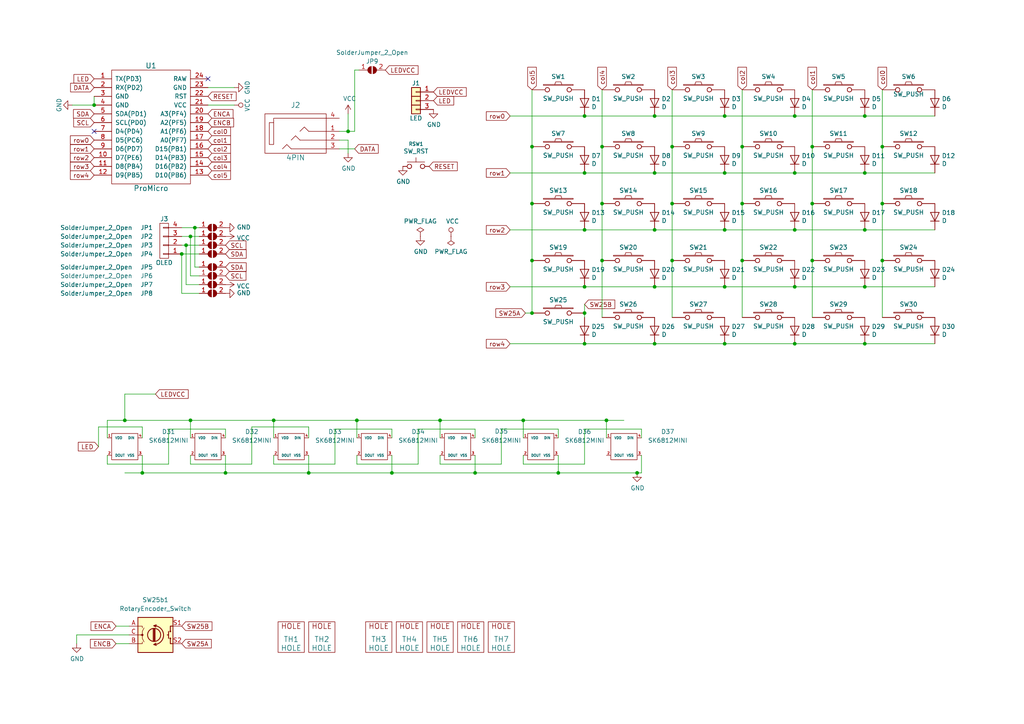
<source format=kicad_sch>
(kicad_sch (version 20211123) (generator eeschema)
  (paper "A4")
  (lib_symbols
    (symbol "Device:RotaryEncoder_Switch" (pin_names (offset 0.254) hide)
      (property "Reference" "SW" (at 0 6.604 0))
      (property "Value" "RotaryEncoder_Switch" (at 0 -6.604 0))
      (symbol "RotaryEncoder_Switch_1_1"
        (pin passive line (at -7.62 2.54 0) (length 2.54) (name "A") (number "A"))
        (pin passive line (at -7.62 -2.54 0) (length 2.54) (name "B") (number "B"))
        (pin passive line (at -7.62 0 0) (length 2.54) (name "C") (number "C"))
        (pin passive line (at 7.62 2.54 180) (length 2.54) (name "S1") (number "S1"))
        (pin passive line (at 7.62 -2.54 180) (length 2.54) (name "S2") (number "S2"))
      )
    )
    (symbol "Jumper:SolderJumper_2_Open" (pin_names (offset 0) hide)
      (property "Reference" "JP" (at 0 2.032 0))
      (property "Value" "SolderJumper_2_Open" (at 0 -2.54 0))
      (symbol "SolderJumper_2_Open_1_1"
        (pin passive line (at -3.81 0 0) (length 2.54) (name "A") (number "1"))
        (pin passive line (at 3.81 0 180) (length 2.54) (name "B") (number "2"))
      )
    )
    (symbol "SofleKeyboard-rescue:D-Lily58-cache-Lily58_Pro-rescue" (pin_numbers hide) (pin_names (offset 1.016) hide)
      (property "Reference" "D" (at 0 2.54 0))
      (property "Value" "D-Lily58-cache-Lily58_Pro-rescue" (at 0 -2.54 0))
      (symbol "D-Lily58-cache-Lily58_Pro-rescue_1_1"
        (pin passive line (at -3.81 0 0) (length 2.54) (name "K") (number "1"))
        (pin passive line (at 3.81 0 180) (length 2.54) (name "A") (number "2"))
      )
    )
    (symbol "SofleKeyboard-rescue:GND-Lily58-cache-Lily58_Pro-rescue" (power) (pin_names (offset 0))
      (property "Value" "GND-Lily58-cache-Lily58_Pro-rescue" (at 0 -3.81 0))
      (symbol "GND-Lily58-cache-Lily58_Pro-rescue_1_1"
        (pin power_in line (at 0 0 0) (length 0) hide (name "GND") (number "1"))
      )
    )
    (symbol "SofleKeyboard-rescue:HOLE-Lily58-cache-Lily58_Pro-rescue" (pin_names (offset 1.016))
      (property "Reference" "U" (at 0 0 0))
      (property "Value" "HOLE-Lily58-cache-Lily58_Pro-rescue" (at 0 -5.08 0))
      (symbol "HOLE-Lily58-cache-Lily58_Pro-rescue_0_0"
        (text "HOLE" (at 0 3.81 0) (effects (font (size 1.524 1.524))))
      )
    )
    (symbol "SofleKeyboard-rescue:LED-Lily58-cache-Lily58_Pro-rescue" (pin_names (offset 1.016) hide)
      (property "Reference" "J" (at 0 5.08 0))
      (property "Value" "LED-Lily58-cache-Lily58_Pro-rescue" (at 0 -5.08 0))
      (symbol "LED-Lily58-cache-Lily58_Pro-rescue_1_1"
        (pin passive line (at 5.08 2.54 180) (length 3.81) (name "Pin_1") (number "1"))
        (pin passive line (at 5.08 0 180) (length 3.81) (name "Pin_2") (number "2"))
        (pin passive line (at 5.08 -2.54 180) (length 3.81) (name "Pin_3") (number "3"))
      )
    )
    (symbol "SofleKeyboard-rescue:MJ-4PP-9-Lily58-cache-Lily58_Pro-rescue" (pin_names (offset 1.016))
      (property "Reference" "J" (at -8.89 -7.62 0))
      (property "Value" "MJ-4PP-9-Lily58-cache-Lily58_Pro-rescue" (at -3.81 6.35 0))
      (symbol "MJ-4PP-9-Lily58-cache-Lily58_Pro-rescue_1_1"
        (pin passive line (at 11.43 0 180) (length 3.81) (name "~") (number "1"))
        (pin passive line (at 11.43 -2.54 180) (length 3.81) (name "~") (number "2"))
        (pin passive line (at 11.43 -5.08 180) (length 3.81) (name "~") (number "3"))
        (pin passive line (at 11.43 3.81 180) (length 3.81) (name "~") (number "4"))
      )
    )
    (symbol "SofleKeyboard-rescue:OLED-Lily58-cache-Lily58_Pro-rescue" (pin_names (offset 1.016) hide)
      (property "Reference" "J" (at 0 6.35 0))
      (property "Value" "OLED-Lily58-cache-Lily58_Pro-rescue" (at 2.54 0 90))
      (symbol "OLED-Lily58-cache-Lily58_Pro-rescue_1_1"
        (pin passive line (at -5.08 3.81 0) (length 3.81) (name "P1") (number "1"))
        (pin passive line (at -5.08 1.27 0) (length 3.81) (name "P2") (number "2"))
        (pin passive line (at -5.08 -1.27 0) (length 3.81) (name "P3") (number "3"))
        (pin passive line (at -5.08 -3.81 0) (length 3.81) (name "P4") (number "4"))
      )
    )
    (symbol "SofleKeyboard-rescue:PWR_FLAG-Lily58-cache-Lily58_Pro-rescue" (power) (pin_numbers hide) (pin_names (offset 0) hide)
      (property "Value" "PWR_FLAG-Lily58-cache-Lily58_Pro-rescue" (at 0 3.81 0))
      (symbol "PWR_FLAG-Lily58-cache-Lily58_Pro-rescue_0_0"
        (pin power_out line (at 0 0 90) (length 0) (name "pwr") (number "1"))
      )
    )
    (symbol "SofleKeyboard-rescue:ProMicro_2-Lily58-cache-Lily58_Pro-rescue" (pin_names (offset 1.016))
      (property "Reference" "U" (at 0 17.78 0))
      (property "Value" "ProMicro_2-Lily58-cache-Lily58_Pro-rescue" (at 0 -17.78 0))
      (symbol "ProMicro_2-Lily58-cache-Lily58_Pro-rescue_1_1"
        (pin input line (at -16.51 13.97 0) (length 5.08) (name "TX(PD3)") (number "1"))
        (pin input line (at -16.51 -8.89 0) (length 5.08) (name "D7(PE6)") (number "10"))
        (pin input line (at -16.51 -11.43 0) (length 5.08) (name "D8(PB4)") (number "11"))
        (pin input line (at -16.51 -13.97 0) (length 5.08) (name "D9(PB5)") (number "12"))
        (pin input line (at 16.51 -13.97 180) (length 5.08) (name "D10(PB6)") (number "13"))
        (pin input line (at 16.51 -11.43 180) (length 5.08) (name "D16(PB2)") (number "14"))
        (pin input line (at 16.51 -8.89 180) (length 5.08) (name "D14(PB3)") (number "15"))
        (pin input line (at 16.51 -6.35 180) (length 5.08) (name "D15(PB1)") (number "16"))
        (pin input line (at 16.51 -3.81 180) (length 5.08) (name "A0(PF7)") (number "17"))
        (pin input line (at 16.51 -1.27 180) (length 5.08) (name "A1(PF6)") (number "18"))
        (pin input line (at 16.51 1.27 180) (length 5.08) (name "A2(PF5)") (number "19"))
        (pin input line (at -16.51 11.43 0) (length 5.08) (name "RX(PD2)") (number "2"))
        (pin input line (at 16.51 3.81 180) (length 5.08) (name "A3(PF4)") (number "20"))
        (pin input line (at 16.51 6.35 180) (length 5.08) (name "VCC") (number "21"))
        (pin input line (at 16.51 8.89 180) (length 5.08) (name "RST") (number "22"))
        (pin input line (at 16.51 11.43 180) (length 5.08) (name "GND") (number "23"))
        (pin input line (at 16.51 13.97 180) (length 5.08) (name "RAW") (number "24"))
        (pin input line (at -16.51 8.89 0) (length 5.08) (name "GND") (number "3"))
        (pin input line (at -16.51 6.35 0) (length 5.08) (name "GND") (number "4"))
        (pin input line (at -16.51 3.81 0) (length 5.08) (name "SDA(PD1)") (number "5"))
        (pin input line (at -16.51 1.27 0) (length 5.08) (name "SCL(PD0)") (number "6"))
        (pin input line (at -16.51 -1.27 0) (length 5.08) (name "D4(PD4)") (number "7"))
        (pin input line (at -16.51 -3.81 0) (length 5.08) (name "D5(PC6)") (number "8"))
        (pin input line (at -16.51 -6.35 0) (length 5.08) (name "D6(PD7)") (number "9"))
      )
    )
    (symbol "SofleKeyboard-rescue:SW_PUSH-Lily58-cache-Lily58_Pro-rescue" (pin_numbers hide) (pin_names (offset 1.016) hide)
      (property "Reference" "SW" (at 3.81 2.794 0))
      (property "Value" "SW_PUSH-Lily58-cache-Lily58_Pro-rescue" (at 0 -2.032 0))
      (symbol "SW_PUSH-Lily58-cache-Lily58_Pro-rescue_0_1"
        (pin passive inverted (at -7.62 0 0) (length 5.08) (name "1") (number "1"))
        (pin passive inverted (at 7.62 0 180) (length 5.08) (name "2") (number "2"))
      )
    )
    (symbol "SofleKeyboard-rescue:SW_RST-Lily58-cache-Lily58_Pro-rescue" (pin_numbers hide) (pin_names (offset 1.016) hide)
      (property "Reference" "RSW" (at 2.54 2.54 0))
      (property "Value" "SW_RST-Lily58-cache-Lily58_Pro-rescue" (at 0 -2.54 0))
      (symbol "SW_RST-Lily58-cache-Lily58_Pro-rescue_0_1"
        (pin passive inverted (at -3.81 0 0) (length 2.54) (name "1") (number "1"))
        (pin passive inverted (at 3.81 0 180) (length 2.54) (name "2") (number "2"))
      )
    )
    (symbol "SofleKeyboard-rescue:VCC-Lily58-cache-Lily58_Pro-rescue" (power) (pin_names (offset 0))
      (property "Value" "VCC-Lily58-cache-Lily58_Pro-rescue" (at 0 3.81 0))
      (symbol "VCC-Lily58-cache-Lily58_Pro-rescue_1_1"
        (pin power_in line (at 0 0 90) (length 0) hide (name "VCC") (number "1"))
      )
    )
    (symbol "atreyu-pcb2:SK6812MINI_LED" (pin_names (offset 1.016))
      (property "Reference" "L" (at 0 0 0))
      (property "Value" "SK6812MINI_LED" (at 0 -1.27 0))
      (symbol "SK6812MINI_LED_1_1"
        (pin power_in line (at -5.08 2.54 0) (length 1.1938) (name "VDD") (number "1"))
        (pin output line (at -5.08 -2.54 0) (length 1.1938) (name "DOUT") (number "2"))
        (pin power_in line (at 5.08 -2.54 180) (length 1.1938) (name "VSS") (number "3"))
        (pin input line (at 5.08 2.54 180) (length 1.1938) (name "DIN") (number "4"))
      )
    )
    (symbol "power:GND" (power) (pin_names (offset 0))
      (property "Value" "GND" (at 0 -3.81 0))
      (symbol "GND_1_1"
        (pin power_in line (at 0 0 270) (length 0) hide (name "GND") (number "1"))
      )
    )
    (symbol "power:VCC" (power) (pin_names (offset 0))
      (property "Value" "VCC" (at 0 3.81 0))
      (symbol "VCC_1_1"
        (pin power_in line (at 0 0 90) (length 0) hide (name "VCC") (number "1"))
      )
    )
  )
  (junction (at 169.545 66.675))
  (junction (at 89.535 137.16))
  (junction (at 250.825 99.695))
  (junction (at 184.785 137.16))
  (junction (at 174.625 75.565))
  (junction (at 189.865 33.655))
  (junction (at 174.625 59.055))
  (junction (at 154.305 75.565))
  (junction (at 103.505 121.92))
  (junction (at 230.505 99.695))
  (junction (at 55.245 68.58))
  (junction (at 154.305 90.805))
  (junction (at 169.545 99.695))
  (junction (at 52.705 73.66))
  (junction (at 230.505 33.655))
  (junction (at 210.185 99.695))
  (junction (at 255.905 75.565))
  (junction (at 210.185 83.185))
  (junction (at 235.585 75.565))
  (junction (at 65.405 137.16))
  (junction (at 230.505 83.185))
  (junction (at 189.865 83.185))
  (junction (at 169.545 50.165))
  (junction (at 127.635 121.92))
  (junction (at 189.865 50.165))
  (junction (at 55.245 121.92))
  (junction (at 235.585 59.055))
  (junction (at 194.945 59.055))
  (junction (at 235.585 42.545))
  (junction (at 154.305 42.545))
  (junction (at 250.825 33.655))
  (junction (at 194.945 42.545))
  (junction (at 230.505 66.675))
  (junction (at 215.265 75.565))
  (junction (at 27.305 30.48))
  (junction (at 100.965 38.1))
  (junction (at 250.825 50.165))
  (junction (at 194.945 75.565))
  (junction (at 79.375 121.92))
  (junction (at 137.795 137.16))
  (junction (at 161.925 137.16))
  (junction (at 56.515 66.04))
  (junction (at 189.865 99.695))
  (junction (at 113.665 137.16))
  (junction (at 230.505 50.165))
  (junction (at 189.865 66.675))
  (junction (at 169.545 90.805))
  (junction (at 215.265 59.055))
  (junction (at 210.185 50.165))
  (junction (at 175.895 121.92))
  (junction (at 41.275 137.16))
  (junction (at 36.195 121.92))
  (junction (at 250.825 83.185))
  (junction (at 210.185 33.655))
  (junction (at 151.765 121.92))
  (junction (at 169.545 33.655))
  (junction (at 174.625 42.545))
  (junction (at 255.905 59.055))
  (junction (at 169.545 83.185))
  (junction (at 255.905 42.545))
  (junction (at 154.305 59.055))
  (junction (at 250.825 66.675))
  (junction (at 210.185 66.675))
  (junction (at 53.975 71.12))
  (junction (at 215.265 42.545))
  (no_connect (at 27.305 38.1))
  (no_connect (at 60.325 22.86))
  (wire (pts (xy 52.705 68.58) (xy 55.245 68.58)))
  (wire (pts (xy 37.465 184.15) (xy 22.225 184.15)))
  (wire (pts (xy 113.665 132.08) (xy 113.665 137.16)))
  (wire (pts (xy 79.375 132.08) (xy 79.375 134.62)))
  (wire (pts (xy 31.115 121.92) (xy 36.195 121.92)))
  (wire (pts (xy 33.655 186.69) (xy 37.465 186.69)))
  (wire (pts (xy 175.895 121.92) (xy 180.975 121.92)))
  (wire (pts (xy 53.975 82.55) (xy 57.785 82.55)))
  (wire (pts (xy 169.545 90.805) (xy 169.545 92.075)))
  (wire (pts (xy 235.585 42.545) (xy 235.585 59.055)))
  (wire (pts (xy 127.635 121.92) (xy 127.635 127)))
  (wire (pts (xy 169.545 99.695) (xy 189.865 99.695)))
  (wire (pts (xy 41.275 137.16) (xy 65.405 137.16)))
  (wire (pts (xy 97.155 134.62) (xy 97.155 124.46)))
  (wire (pts (xy 98.425 43.18) (xy 102.87 43.18)))
  (wire (pts (xy 189.865 99.695) (xy 210.185 99.695)))
  (wire (pts (xy 22.225 184.15) (xy 22.225 186.69)))
  (wire (pts (xy 100.965 33.02) (xy 100.965 38.1)))
  (wire (pts (xy 194.945 26.035) (xy 194.945 42.545)))
  (wire (pts (xy 215.265 42.545) (xy 215.265 59.055)))
  (wire (pts (xy 186.055 132.08) (xy 186.055 137.16)))
  (wire (pts (xy 56.515 66.04) (xy 56.515 77.47)))
  (wire (pts (xy 79.375 134.62) (xy 97.155 134.62)))
  (wire (pts (xy 65.405 137.16) (xy 89.535 137.16)))
  (wire (pts (xy 189.865 33.655) (xy 210.185 33.655)))
  (wire (pts (xy 250.825 99.695) (xy 271.145 99.695)))
  (wire (pts (xy 31.115 134.62) (xy 48.895 134.62)))
  (wire (pts (xy 137.795 137.16) (xy 161.925 137.16)))
  (wire (pts (xy 210.185 99.695) (xy 230.505 99.695)))
  (wire (pts (xy 235.585 75.565) (xy 235.585 92.075)))
  (wire (pts (xy 147.955 99.695) (xy 169.545 99.695)))
  (wire (pts (xy 121.285 134.62) (xy 121.285 124.46)))
  (wire (pts (xy 27.305 27.94) (xy 27.305 30.48)))
  (wire (pts (xy 250.825 33.655) (xy 271.145 33.655)))
  (wire (pts (xy 45.085 114.3) (xy 36.195 114.3)))
  (wire (pts (xy 169.545 124.46) (xy 186.055 124.46)))
  (wire (pts (xy 127.635 134.62) (xy 145.415 134.62)))
  (wire (pts (xy 189.865 33.655) (xy 169.545 33.655)))
  (wire (pts (xy 169.545 66.675) (xy 147.955 66.675)))
  (wire (pts (xy 235.585 26.035) (xy 235.585 42.545)))
  (wire (pts (xy 36.195 121.92) (xy 55.245 121.92)))
  (wire (pts (xy 161.925 132.08) (xy 161.925 137.16)))
  (wire (pts (xy 102.87 38.1) (xy 102.87 20.32)))
  (wire (pts (xy 102.87 20.32) (xy 104.14 20.32)))
  (wire (pts (xy 65.405 124.46) (xy 65.405 127)))
  (wire (pts (xy 100.965 38.1) (xy 102.87 38.1)))
  (wire (pts (xy 103.505 121.92) (xy 103.505 127)))
  (wire (pts (xy 55.245 134.62) (xy 73.025 134.62)))
  (wire (pts (xy 152.4 90.805) (xy 154.305 90.805)))
  (wire (pts (xy 194.945 59.055) (xy 194.945 75.565)))
  (wire (pts (xy 235.585 75.565) (xy 235.585 59.055)))
  (wire (pts (xy 215.265 75.565) (xy 215.265 92.075)))
  (wire (pts (xy 55.245 68.58) (xy 57.785 68.58)))
  (wire (pts (xy 55.245 121.92) (xy 55.245 127)))
  (wire (pts (xy 56.515 66.04) (xy 57.785 66.04)))
  (wire (pts (xy 48.895 124.46) (xy 65.405 124.46)))
  (wire (pts (xy 189.865 83.185) (xy 169.545 83.185)))
  (wire (pts (xy 189.865 66.675) (xy 169.545 66.675)))
  (wire (pts (xy 98.425 38.1) (xy 100.965 38.1)))
  (wire (pts (xy 57.785 73.66) (xy 52.705 73.66)))
  (wire (pts (xy 89.535 123.825) (xy 89.535 127)))
  (wire (pts (xy 103.505 132.08) (xy 103.505 134.62)))
  (wire (pts (xy 103.505 121.92) (xy 127.635 121.92)))
  (wire (pts (xy 113.665 124.46) (xy 113.665 127)))
  (wire (pts (xy 151.765 134.62) (xy 169.545 134.62)))
  (wire (pts (xy 145.415 134.62) (xy 145.415 124.46)))
  (wire (pts (xy 210.185 50.165) (xy 230.505 50.165)))
  (wire (pts (xy 161.925 137.16) (xy 184.785 137.16)))
  (wire (pts (xy 215.265 59.055) (xy 215.265 75.565)))
  (wire (pts (xy 230.505 50.165) (xy 250.825 50.165)))
  (wire (pts (xy 36.195 114.3) (xy 36.195 121.92)))
  (wire (pts (xy 53.975 71.12) (xy 57.785 71.12)))
  (wire (pts (xy 250.825 83.185) (xy 271.145 83.185)))
  (wire (pts (xy 31.115 132.08) (xy 31.115 134.62)))
  (wire (pts (xy 60.325 25.4) (xy 67.945 25.4)))
  (wire (pts (xy 186.055 124.46) (xy 186.055 127)))
  (wire (pts (xy 154.305 75.565) (xy 154.305 90.805)))
  (wire (pts (xy 250.825 66.675) (xy 271.145 66.675)))
  (wire (pts (xy 89.535 137.16) (xy 113.665 137.16)))
  (wire (pts (xy 145.415 124.46) (xy 161.925 124.46)))
  (wire (pts (xy 174.625 42.545) (xy 174.625 59.055)))
  (wire (pts (xy 255.905 75.565) (xy 255.905 92.075)))
  (wire (pts (xy 121.285 124.46) (xy 137.795 124.46)))
  (wire (pts (xy 154.305 59.055) (xy 154.305 75.565)))
  (wire (pts (xy 137.795 132.08) (xy 137.795 137.16)))
  (wire (pts (xy 31.115 127) (xy 31.115 121.92)))
  (wire (pts (xy 194.945 75.565) (xy 194.945 92.075)))
  (wire (pts (xy 154.305 26.035) (xy 154.305 42.545)))
  (wire (pts (xy 89.535 132.08) (xy 89.535 137.16)))
  (wire (pts (xy 97.155 124.46) (xy 113.665 124.46)))
  (wire (pts (xy 28.575 123.825) (xy 41.275 123.825)))
  (wire (pts (xy 151.765 132.08) (xy 151.765 134.62)))
  (wire (pts (xy 169.545 134.62) (xy 169.545 124.46)))
  (wire (pts (xy 210.185 66.675) (xy 230.505 66.675)))
  (wire (pts (xy 98.425 40.64) (xy 100.965 40.64)))
  (wire (pts (xy 137.795 124.46) (xy 137.795 127)))
  (wire (pts (xy 255.905 59.055) (xy 255.905 75.565)))
  (wire (pts (xy 250.825 50.165) (xy 271.145 50.165)))
  (wire (pts (xy 174.625 59.055) (xy 174.625 75.565)))
  (wire (pts (xy 28.575 129.54) (xy 28.575 123.825)))
  (wire (pts (xy 189.865 66.675) (xy 210.185 66.675)))
  (wire (pts (xy 127.635 132.08) (xy 127.635 134.62)))
  (wire (pts (xy 189.865 50.165) (xy 210.185 50.165)))
  (wire (pts (xy 210.185 83.185) (xy 230.505 83.185)))
  (wire (pts (xy 73.025 134.62) (xy 73.025 123.825)))
  (wire (pts (xy 174.625 26.035) (xy 174.625 42.545)))
  (wire (pts (xy 174.625 75.565) (xy 174.625 92.075)))
  (wire (pts (xy 154.305 42.545) (xy 154.305 59.055)))
  (wire (pts (xy 230.505 83.185) (xy 250.825 83.185)))
  (wire (pts (xy 189.865 50.165) (xy 169.545 50.165)))
  (wire (pts (xy 113.665 137.16) (xy 137.795 137.16)))
  (wire (pts (xy 175.895 121.92) (xy 175.895 127)))
  (wire (pts (xy 52.705 85.09) (xy 57.785 85.09)))
  (wire (pts (xy 79.375 121.92) (xy 103.505 121.92)))
  (wire (pts (xy 100.965 40.64) (xy 100.965 44.45)))
  (wire (pts (xy 33.655 181.61) (xy 37.465 181.61)))
  (wire (pts (xy 151.765 121.92) (xy 151.765 127)))
  (wire (pts (xy 79.375 121.92) (xy 79.375 127)))
  (wire (pts (xy 52.705 73.66) (xy 52.705 85.09)))
  (wire (pts (xy 255.905 42.545) (xy 255.905 26.035)))
  (wire (pts (xy 169.545 83.185) (xy 147.955 83.185)))
  (wire (pts (xy 55.245 132.08) (xy 55.245 134.62)))
  (wire (pts (xy 184.785 137.16) (xy 186.055 137.16)))
  (wire (pts (xy 210.185 33.655) (xy 230.505 33.655)))
  (wire (pts (xy 169.545 88.265) (xy 169.545 90.805)))
  (wire (pts (xy 56.515 77.47) (xy 57.785 77.47)))
  (wire (pts (xy 73.025 123.825) (xy 89.535 123.825)))
  (wire (pts (xy 169.545 33.655) (xy 147.955 33.655)))
  (wire (pts (xy 55.245 80.01) (xy 57.785 80.01)))
  (wire (pts (xy 65.405 132.08) (xy 65.405 137.16)))
  (wire (pts (xy 60.325 30.48) (xy 67.945 30.48)))
  (wire (pts (xy 189.865 83.185) (xy 210.185 83.185)))
  (wire (pts (xy 215.265 26.035) (xy 215.265 42.545)))
  (wire (pts (xy 230.505 99.695) (xy 250.825 99.695)))
  (wire (pts (xy 127.635 121.92) (xy 151.765 121.92)))
  (wire (pts (xy 255.905 59.055) (xy 255.905 42.545)))
  (wire (pts (xy 52.705 71.12) (xy 53.975 71.12)))
  (wire (pts (xy 27.305 30.48) (xy 20.955 30.48)))
  (wire (pts (xy 151.765 121.92) (xy 175.895 121.92)))
  (wire (pts (xy 41.275 132.08) (xy 41.275 137.16)))
  (wire (pts (xy 36.195 137.16) (xy 41.275 137.16)))
  (wire (pts (xy 52.705 66.04) (xy 56.515 66.04)))
  (wire (pts (xy 161.925 124.46) (xy 161.925 127)))
  (wire (pts (xy 55.245 68.58) (xy 55.245 80.01)))
  (wire (pts (xy 230.505 66.675) (xy 250.825 66.675)))
  (wire (pts (xy 250.825 33.655) (xy 230.505 33.655)))
  (wire (pts (xy 55.245 121.92) (xy 79.375 121.92)))
  (wire (pts (xy 169.545 50.165) (xy 147.955 50.165)))
  (wire (pts (xy 48.895 134.62) (xy 48.895 124.46)))
  (wire (pts (xy 53.975 71.12) (xy 53.975 82.55)))
  (wire (pts (xy 194.945 42.545) (xy 194.945 59.055)))
  (wire (pts (xy 103.505 134.62) (xy 121.285 134.62)))
  (wire (pts (xy 41.275 123.825) (xy 41.275 127)))
  (global_label "row3" (shape input) (at 147.955 83.185 180) (property "Intersheet References" "${INTERSHEET_REFS}" (effects hide)))
  (global_label "SW25A" (shape input) (at 52.705 186.69 0) (property "Intersheet References" "${INTERSHEET_REFS}" (effects hide)))
  (global_label "col4" (shape input) (at 60.325 48.26 0) (property "Intersheet References" "${INTERSHEET_REFS}" (effects hide)))
  (global_label "RESET" (shape input) (at 124.46 48.26 0) (property "Intersheet References" "${INTERSHEET_REFS}" (effects hide)))
  (global_label "LED" (shape input) (at 125.73 29.21 0) (property "Intersheet References" "${INTERSHEET_REFS}" (effects hide)))
  (global_label "col3" (shape input) (at 60.325 45.72 0) (property "Intersheet References" "${INTERSHEET_REFS}" (effects hide)))
  (global_label "DATA" (shape input) (at 27.305 25.4 180) (property "Intersheet References" "${INTERSHEET_REFS}" (effects hide)))
  (global_label "row1" (shape input) (at 27.305 43.18 180) (property "Intersheet References" "${INTERSHEET_REFS}" (effects hide)))
  (global_label "col3" (shape input) (at 194.945 26.035 90) (property "Intersheet References" "${INTERSHEET_REFS}" (effects hide)))
  (global_label "ENCB" (shape input) (at 60.325 35.56 0) (property "Intersheet References" "${INTERSHEET_REFS}" (effects hide)))
  (global_label "row2" (shape input) (at 147.955 66.675 180) (property "Intersheet References" "${INTERSHEET_REFS}" (effects hide)))
  (global_label "row3" (shape input) (at 27.305 48.26 180) (property "Intersheet References" "${INTERSHEET_REFS}" (effects hide)))
  (global_label "DATA" (shape input) (at 102.87 43.18 0) (property "Intersheet References" "${INTERSHEET_REFS}" (effects hide)))
  (global_label "row0" (shape input) (at 27.305 40.64 180) (property "Intersheet References" "${INTERSHEET_REFS}" (effects hide)))
  (global_label "col5" (shape input) (at 60.325 50.8 0) (property "Intersheet References" "${INTERSHEET_REFS}" (effects hide)))
  (global_label "SDA" (shape input) (at 65.405 73.66 0) (property "Intersheet References" "${INTERSHEET_REFS}" (effects hide)))
  (global_label "SW25A" (shape input) (at 152.4 90.805 180) (property "Intersheet References" "${INTERSHEET_REFS}" (effects hide)))
  (global_label "col1" (shape input) (at 60.325 40.64 0) (property "Intersheet References" "${INTERSHEET_REFS}" (effects hide)))
  (global_label "SDA" (shape input) (at 65.405 77.47 0) (property "Intersheet References" "${INTERSHEET_REFS}" (effects hide)))
  (global_label "row1" (shape input) (at 147.955 50.165 180) (property "Intersheet References" "${INTERSHEET_REFS}" (effects hide)))
  (global_label "SDA" (shape input) (at 27.305 33.02 180) (property "Intersheet References" "${INTERSHEET_REFS}" (effects hide)))
  (global_label "RESET" (shape input) (at 60.325 27.94 0) (property "Intersheet References" "${INTERSHEET_REFS}" (effects hide)))
  (global_label "SW25B" (shape input) (at 169.545 88.265 0) (property "Intersheet References" "${INTERSHEET_REFS}" (effects hide)))
  (global_label "ENCB" (shape input) (at 33.655 186.69 180) (property "Intersheet References" "${INTERSHEET_REFS}" (effects hide)))
  (global_label "SCL" (shape input) (at 27.305 35.56 180) (property "Intersheet References" "${INTERSHEET_REFS}" (effects hide)))
  (global_label "LED" (shape input) (at 27.305 22.86 180) (property "Intersheet References" "${INTERSHEET_REFS}" (effects hide)))
  (global_label "ENCA" (shape input) (at 33.655 181.61 180) (property "Intersheet References" "${INTERSHEET_REFS}" (effects hide)))
  (global_label "row2" (shape input) (at 27.305 45.72 180) (property "Intersheet References" "${INTERSHEET_REFS}" (effects hide)))
  (global_label "SCL" (shape input) (at 65.405 71.12 0) (property "Intersheet References" "${INTERSHEET_REFS}" (effects hide)))
  (global_label "row0" (shape input) (at 147.955 33.655 180) (property "Intersheet References" "${INTERSHEET_REFS}" (effects hide)))
  (global_label "col0" (shape input) (at 60.325 38.1 0) (property "Intersheet References" "${INTERSHEET_REFS}" (effects hide)))
  (global_label "LEDVCC" (shape input) (at 45.085 114.3 0) (property "Intersheet References" "${INTERSHEET_REFS}" (effects hide)))
  (global_label "col0" (shape input) (at 255.905 26.035 90) (property "Intersheet References" "${INTERSHEET_REFS}" (effects hide)))
  (global_label "col2" (shape input) (at 60.325 43.18 0) (property "Intersheet References" "${INTERSHEET_REFS}" (effects hide)))
  (global_label "SW25B" (shape input) (at 52.705 181.61 0) (property "Intersheet References" "${INTERSHEET_REFS}" (effects hide)))
  (global_label "col4" (shape input) (at 174.625 26.035 90) (property "Intersheet References" "${INTERSHEET_REFS}" (effects hide)))
  (global_label "row4" (shape input) (at 27.305 50.8 180) (property "Intersheet References" "${INTERSHEET_REFS}" (effects hide)))
  (global_label "LEDVCC" (shape input) (at 111.76 20.32 0) (property "Intersheet References" "${INTERSHEET_REFS}" (effects hide)))
  (global_label "col2" (shape input) (at 215.265 26.035 90) (property "Intersheet References" "${INTERSHEET_REFS}" (effects hide)))
  (global_label "ENCA" (shape input) (at 60.325 33.02 0) (property "Intersheet References" "${INTERSHEET_REFS}" (effects hide)))
  (global_label "col1" (shape input) (at 235.585 26.035 90) (property "Intersheet References" "${INTERSHEET_REFS}" (effects hide)))
  (global_label "col5" (shape input) (at 154.305 26.035 90) (property "Intersheet References" "${INTERSHEET_REFS}" (effects hide)))
  (global_label "LEDVCC" (shape input) (at 125.73 26.67 0) (property "Intersheet References" "${INTERSHEET_REFS}" (effects hide)))
  (global_label "row4" (shape input) (at 147.955 99.695 180) (property "Intersheet References" "${INTERSHEET_REFS}" (effects hide)))
  (global_label "LED" (shape input) (at 28.575 129.54 180) (property "Intersheet References" "${INTERSHEET_REFS}" (effects hide)))
  (global_label "SCL" (shape input) (at 65.405 80.01 0) (property "Intersheet References" "${INTERSHEET_REFS}" (effects hide)))
  (symbol (lib_id "SofleKeyboard-rescue:VCC-Lily58-cache-Lily58_Pro-rescue") (at 130.81 68.58 0) (unit 1)
    (property "Reference" "#PWR0101" (effects hide))
    (property "Value" "VCC" (at 131.2418 64.1858 0))
  )
  (symbol (lib_id "SofleKeyboard-rescue:D-Lily58-cache-Lily58_Pro-rescue") (at 230.505 62.865 90) (unit 1)
    (property "Reference" "D16" (at 232.5116 61.6966 90) (effects (justify right)))
    (property "Value" "D" (at 232.5116 64.008 90) (effects (justify right)))
    (property "Footprint" "SofleKeyboard-footprint:Diode_SOD123" (effects hide))
  )
  (symbol (lib_id "Device:RotaryEncoder_Switch") (at 45.085 184.15 0) (unit 1)
    (property "Reference" "SW25b1" (at 45.085 173.99 0))
    (property "Value" "RotaryEncoder_Switch" (at 45.085 176.53 0))
    (property "Footprint" "Rotary_Encoder:RotaryEncoder_Alps_EC11E-Switch_Vertical_H20mm" (effects hide))
  )
  (symbol (lib_id "SofleKeyboard-rescue:PWR_FLAG-Lily58-cache-Lily58_Pro-rescue") (at 130.81 68.58 180) (unit 1)
    (property "Reference" "#FLG0101" (effects hide))
    (property "Value" "PWR_FLAG" (at 130.81 72.9742 0))
  )
  (symbol (lib_id "SofleKeyboard-rescue:D-Lily58-cache-Lily58_Pro-rescue") (at 189.865 29.845 90) (unit 1)
    (property "Reference" "D2" (at 191.8716 28.6766 90) (effects (justify right)))
    (property "Value" "D" (at 191.8716 30.988 90) (effects (justify right)))
    (property "Footprint" "SofleKeyboard-footprint:Diode_SOD123" (effects hide))
  )
  (symbol (lib_id "SofleKeyboard-rescue:SW_PUSH-Lily58-cache-Lily58_Pro-rescue") (at 243.205 75.565 0) (unit 1)
    (property "Reference" "SW23" (at 243.205 71.755 0))
    (property "Value" "SW_PUSH" (at 243.205 78.105 0))
    (property "Footprint" "SofleKeyboard-footprint:CherryMX_Hotswap_mod" (effects hide))
  )
  (symbol (lib_id "SofleKeyboard-rescue:D-Lily58-cache-Lily58_Pro-rescue") (at 169.545 46.355 90) (unit 1)
    (property "Reference" "D7" (at 171.5516 45.1866 90) (effects (justify right)))
    (property "Value" "D" (at 171.5516 47.498 90) (effects (justify right)))
    (property "Footprint" "SofleKeyboard-footprint:Diode_SOD123" (effects hide))
  )
  (symbol (lib_id "SofleKeyboard-rescue:GND-Lily58-cache-Lily58_Pro-rescue") (at 125.73 31.75 0) (unit 1)
    (property "Reference" "#PWR0114" (effects hide))
    (property "Value" "GND" (at 125.857 36.1442 0))
  )
  (symbol (lib_id "SofleKeyboard-rescue:D-Lily58-cache-Lily58_Pro-rescue") (at 210.185 95.885 90) (unit 1)
    (property "Reference" "D27" (at 212.1916 94.7166 90) (effects (justify right)))
    (property "Value" "D" (at 212.1916 97.028 90) (effects (justify right)))
    (property "Footprint" "SofleKeyboard-footprint:Diode_SOD123" (effects hide))
  )
  (symbol (lib_id "SofleKeyboard-rescue:SW_PUSH-Lily58-cache-Lily58_Pro-rescue") (at 222.885 42.545 0) (unit 1)
    (property "Reference" "SW10" (at 222.885 38.735 0))
    (property "Value" "SW_PUSH" (at 222.885 45.085 0))
    (property "Footprint" "SofleKeyboard-footprint:CherryMX_Hotswap_mod" (effects hide))
  )
  (symbol (lib_id "SofleKeyboard-rescue:SW_PUSH-Lily58-cache-Lily58_Pro-rescue") (at 263.525 59.055 0) (unit 1)
    (property "Reference" "SW18" (at 263.525 55.245 0))
    (property "Value" "SW_PUSH" (at 263.525 61.595 0))
    (property "Footprint" "SofleKeyboard-footprint:CherryMX_Hotswap_mod" (effects hide))
  )
  (symbol (lib_id "SofleKeyboard-rescue:SW_PUSH-Lily58-cache-Lily58_Pro-rescue") (at 182.245 26.035 0) (unit 1)
    (property "Reference" "SW2" (at 182.245 22.225 0))
    (property "Value" "SW_PUSH" (at 182.245 28.575 0))
    (property "Footprint" "SofleKeyboard-footprint:CherryMX_Hotswap_mod" (effects hide))
  )
  (symbol (lib_id "SofleKeyboard-rescue:SW_PUSH-Lily58-cache-Lily58_Pro-rescue") (at 243.205 42.545 0) (unit 1)
    (property "Reference" "SW11" (at 243.205 38.735 0))
    (property "Value" "SW_PUSH" (at 243.205 45.085 0))
    (property "Footprint" "SofleKeyboard-footprint:CherryMX_Hotswap_mod" (effects hide))
  )
  (symbol (lib_id "SofleKeyboard-rescue:SW_PUSH-Lily58-cache-Lily58_Pro-rescue") (at 182.245 75.565 0) (unit 1)
    (property "Reference" "SW20" (at 182.245 71.755 0))
    (property "Value" "SW_PUSH" (at 182.245 78.105 0))
    (property "Footprint" "SofleKeyboard-footprint:CherryMX_Hotswap_mod" (effects hide))
  )
  (symbol (lib_id "SofleKeyboard-rescue:VCC-Lily58-cache-Lily58_Pro-rescue") (at 67.945 30.48 270) (unit 1)
    (property "Reference" "#PWR0112" (effects hide))
    (property "Value" "VCC" (at 71.755 30.48 0))
  )
  (symbol (lib_id "SofleKeyboard-rescue:D-Lily58-cache-Lily58_Pro-rescue") (at 250.825 29.845 90) (unit 1)
    (property "Reference" "D5" (at 252.8316 28.6766 90) (effects (justify right)))
    (property "Value" "D" (at 252.8316 30.988 90) (effects (justify right)))
    (property "Footprint" "SofleKeyboard-footprint:Diode_SOD123" (effects hide))
  )
  (symbol (lib_id "Jumper:SolderJumper_2_Open") (at 61.595 80.01 0) (unit 1)
    (property "Reference" "JP6" (at 42.545 80.01 0))
    (property "Value" "SolderJumper_2_Open" (at 27.94 80.01 0))
    (property "Footprint" "SofleKeyboard-footprint:Jumper" (effects hide))
  )
  (symbol (lib_id "power:VCC") (at 65.405 82.55 270) (unit 1)
    (property "Reference" "#PWR0107" (effects hide))
    (property "Value" "VCC" (at 68.6562 82.9818 90) (effects (justify left)))
  )
  (symbol (lib_id "SofleKeyboard-rescue:GND-Lily58-cache-Lily58_Pro-rescue") (at 116.84 48.26 0) (unit 1)
    (property "Reference" "#PWR0103" (effects hide))
    (property "Value" "GND" (at 116.967 52.6542 0))
  )
  (symbol (lib_id "SofleKeyboard-rescue:MJ-4PP-9-Lily58-cache-Lily58_Pro-rescue") (at 86.995 38.1 0) (unit 1)
    (property "Reference" "J2" (at 85.725 30.48 0) (effects (font (size 1.524 1.524))))
    (property "Value" "4PIN" (at 85.725 45.72 0) (effects (font (size 1.524 1.524))))
    (property "Footprint" "SofleKeyboard-footprint:MJ-4PP-9" (effects hide))
  )
  (symbol (lib_id "SofleKeyboard-rescue:SW_RST-Lily58-cache-Lily58_Pro-rescue") (at 120.65 48.26 0) (unit 1)
    (property "Reference" "RSW1" (at 120.65 41.7576 0) (effects (font (size 1.016 1.016))))
    (property "Value" "SW_RST" (at 120.65 43.8658 0))
    (property "Footprint" "SofleKeyboard-footprint:TACT_SWITCH_TVBP06" (effects hide))
  )
  (symbol (lib_id "power:GND") (at 184.785 137.16 0) (unit 1)
    (property "Reference" "#PWR0116" (effects hide))
    (property "Value" "GND" (at 184.912 141.5542 0))
  )
  (symbol (lib_id "SofleKeyboard-rescue:D-Lily58-cache-Lily58_Pro-rescue") (at 271.145 29.845 90) (unit 1)
    (property "Reference" "D6" (at 273.1516 28.6766 90) (effects (justify right)))
    (property "Value" "D" (at 273.1516 30.988 90) (effects (justify right)))
    (property "Footprint" "SofleKeyboard-footprint:Diode_SOD123" (effects hide))
  )
  (symbol (lib_id "SofleKeyboard-rescue:SW_PUSH-Lily58-cache-Lily58_Pro-rescue") (at 243.205 59.055 0) (unit 1)
    (property "Reference" "SW17" (at 243.205 55.245 0))
    (property "Value" "SW_PUSH" (at 243.205 61.595 0))
    (property "Footprint" "SofleKeyboard-footprint:CherryMX_Hotswap_mod" (effects hide))
  )
  (symbol (lib_id "SofleKeyboard-rescue:D-Lily58-cache-Lily58_Pro-rescue") (at 210.185 62.865 90) (unit 1)
    (property "Reference" "D15" (at 212.1916 61.6966 90) (effects (justify right)))
    (property "Value" "D" (at 212.1916 64.008 90) (effects (justify right)))
    (property "Footprint" "SofleKeyboard-footprint:Diode_SOD123" (effects hide))
  )
  (symbol (lib_id "SofleKeyboard-rescue:SW_PUSH-Lily58-cache-Lily58_Pro-rescue") (at 161.925 90.805 0) (unit 1)
    (property "Reference" "SW25" (at 161.925 86.995 0))
    (property "Value" "SW_PUSH" (at 161.925 93.345 0))
    (property "Footprint" "SofleKeyboard-footprint:CherryMX_Hotswap_mod" (effects hide))
  )
  (symbol (lib_id "SofleKeyboard-rescue:SW_PUSH-Lily58-cache-Lily58_Pro-rescue") (at 182.245 92.075 0) (unit 1)
    (property "Reference" "SW26" (at 182.245 88.265 0))
    (property "Value" "SW_PUSH" (at 182.245 94.615 0))
    (property "Footprint" "SofleKeyboard-footprint:CherryMX_Hotswap_1.5_mod" (effects hide))
  )
  (symbol (lib_id "SofleKeyboard-rescue:D-Lily58-cache-Lily58_Pro-rescue") (at 189.865 62.865 90) (unit 1)
    (property "Reference" "D14" (at 191.8716 61.6966 90) (effects (justify right)))
    (property "Value" "D" (at 191.8716 64.008 90) (effects (justify right)))
    (property "Footprint" "SofleKeyboard-footprint:Diode_SOD123" (effects hide))
  )
  (symbol (lib_id "SofleKeyboard-rescue:D-Lily58-cache-Lily58_Pro-rescue") (at 250.825 79.375 90) (unit 1)
    (property "Reference" "D23" (at 252.8316 78.2066 90) (effects (justify right)))
    (property "Value" "D" (at 252.8316 80.518 90) (effects (justify right)))
    (property "Footprint" "SofleKeyboard-footprint:Diode_SOD123" (effects hide))
  )
  (symbol (lib_id "atreyu-pcb2:SK6812MINI_LED") (at 156.845 129.54 0) (unit 1)
    (property "Reference" "D36" (at 169.545 125.2093 0))
    (property "Value" "SK6812MINI" (at 169.545 127.7493 0))
    (property "Footprint" "footprints:YS-SK6812MINI-E" (effects hide))
    (property "Datasheet" "https://cdn-shop.adafruit.com/product-files/2686/SK6812MINI_REV.01-1-2.pdf" (effects hide))
  )
  (symbol (lib_id "atreyu-pcb2:SK6812MINI_LED") (at 84.455 129.54 0) (unit 1)
    (property "Reference" "D33" (at 97.155 125.2093 0))
    (property "Value" "SK6812MINI" (at 97.155 127.7493 0))
    (property "Footprint" "footprints:YS-SK6812MINI-E" (effects hide))
    (property "Datasheet" "https://cdn-shop.adafruit.com/product-files/2686/SK6812MINI_REV.01-1-2.pdf" (effects hide))
  )
  (symbol (lib_id "power:GND") (at 22.225 186.69 0) (unit 1)
    (property "Reference" "#PWR0109" (effects hide))
    (property "Value" "GND" (at 22.352 191.0842 0))
  )
  (symbol (lib_id "SofleKeyboard-rescue:SW_PUSH-Lily58-cache-Lily58_Pro-rescue") (at 263.525 26.035 0) (unit 1)
    (property "Reference" "SW6" (at 263.525 22.225 0))
    (property "Value" "SW_PUSH" (at 263.525 27.305 0))
    (property "Footprint" "SofleKeyboard-footprint:CherryMX_Hotswap_mod" (effects hide))
  )
  (symbol (lib_id "SofleKeyboard-rescue:D-Lily58-cache-Lily58_Pro-rescue") (at 189.865 95.885 90) (unit 1)
    (property "Reference" "D26" (at 191.8716 94.7166 90) (effects (justify right)))
    (property "Value" "D" (at 191.8716 97.028 90) (effects (justify right)))
    (property "Footprint" "SofleKeyboard-footprint:Diode_SOD123" (effects hide))
  )
  (symbol (lib_id "Jumper:SolderJumper_2_Open") (at 61.595 68.58 0) (unit 1)
    (property "Reference" "JP2" (at 42.545 68.58 0))
    (property "Value" "SolderJumper_2_Open" (at 27.94 68.58 0))
    (property "Footprint" "SofleKeyboard-footprint:Jumper" (effects hide))
  )
  (symbol (lib_id "SofleKeyboard-rescue:PWR_FLAG-Lily58-cache-Lily58_Pro-rescue") (at 121.92 68.58 0) (unit 1)
    (property "Reference" "#FLG0102" (effects hide))
    (property "Value" "PWR_FLAG" (at 121.92 64.1604 0))
  )
  (symbol (lib_id "SofleKeyboard-rescue:GND-Lily58-cache-Lily58_Pro-rescue") (at 20.955 30.48 270) (unit 1)
    (property "Reference" "#PWR0111" (effects hide))
    (property "Value" "GND" (at 17.145 30.48 0))
  )
  (symbol (lib_id "SofleKeyboard-rescue:SW_PUSH-Lily58-cache-Lily58_Pro-rescue") (at 202.565 75.565 0) (unit 1)
    (property "Reference" "SW21" (at 202.565 71.755 0))
    (property "Value" "SW_PUSH" (at 202.565 78.105 0))
    (property "Footprint" "SofleKeyboard-footprint:CherryMX_Hotswap_mod" (effects hide))
  )
  (symbol (lib_id "SofleKeyboard-rescue:D-Lily58-cache-Lily58_Pro-rescue") (at 250.825 62.865 90) (unit 1)
    (property "Reference" "D17" (at 252.8316 61.6966 90) (effects (justify right)))
    (property "Value" "D" (at 252.8316 64.008 90) (effects (justify right)))
    (property "Footprint" "SofleKeyboard-footprint:Diode_SOD123" (effects hide))
  )
  (symbol (lib_id "Jumper:SolderJumper_2_Open") (at 61.595 77.47 0) (unit 1)
    (property "Reference" "JP5" (at 42.545 77.47 0))
    (property "Value" "SolderJumper_2_Open" (at 27.94 77.47 0))
    (property "Footprint" "SofleKeyboard-footprint:Jumper" (effects hide))
  )
  (symbol (lib_id "SofleKeyboard-rescue:D-Lily58-cache-Lily58_Pro-rescue") (at 169.545 79.375 90) (unit 1)
    (property "Reference" "D19" (at 171.5516 78.2066 90) (effects (justify right)))
    (property "Value" "D" (at 171.5516 80.518 90) (effects (justify right)))
    (property "Footprint" "SofleKeyboard-footprint:Diode_SOD123" (effects hide))
  )
  (symbol (lib_id "SofleKeyboard-rescue:SW_PUSH-Lily58-cache-Lily58_Pro-rescue") (at 182.245 59.055 0) (unit 1)
    (property "Reference" "SW14" (at 182.245 55.245 0))
    (property "Value" "SW_PUSH" (at 182.245 61.595 0))
    (property "Footprint" "SofleKeyboard-footprint:CherryMX_Hotswap_mod" (effects hide))
  )
  (symbol (lib_id "SofleKeyboard-rescue:HOLE-Lily58-cache-Lily58_Pro-rescue") (at 127.635 185.42 0) (unit 1)
    (property "Reference" "TH5" (at 127.635 185.42 0) (effects (font (size 1.524 1.524))))
    (property "Value" "HOLE" (at 127.635 187.96 0) (effects (font (size 1.524 1.524))))
    (property "Footprint" "SofleKeyboard-footprint:HOLE_M2_TH" (effects hide))
  )
  (symbol (lib_id "power:GND") (at 100.965 44.45 0) (unit 1)
    (property "Reference" "#PWR0106" (effects hide))
    (property "Value" "GND" (at 101.092 48.8442 0))
  )
  (symbol (lib_id "SofleKeyboard-rescue:SW_PUSH-Lily58-cache-Lily58_Pro-rescue") (at 222.885 92.075 0) (unit 1)
    (property "Reference" "SW28" (at 222.885 88.265 0))
    (property "Value" "SW_PUSH" (at 222.885 94.615 0))
    (property "Footprint" "SofleKeyboard-footprint:CherryMX_Hotswap_mod" (effects hide))
  )
  (symbol (lib_id "SofleKeyboard-rescue:HOLE-Lily58-cache-Lily58_Pro-rescue") (at 118.745 185.42 0) (unit 1)
    (property "Reference" "TH4" (at 118.745 185.42 0) (effects (font (size 1.524 1.524))))
    (property "Value" "HOLE" (at 118.745 187.96 0) (effects (font (size 1.524 1.524))))
    (property "Footprint" "SofleKeyboard-footprint:HOLE_M2_TH" (effects hide))
  )
  (symbol (lib_id "SofleKeyboard-rescue:D-Lily58-cache-Lily58_Pro-rescue") (at 271.145 95.885 90) (unit 1)
    (property "Reference" "D30" (at 273.1516 94.7166 90) (effects (justify right)))
    (property "Value" "D" (at 273.1516 97.028 90) (effects (justify right)))
    (property "Footprint" "SofleKeyboard-footprint:Diode_SOD123" (effects hide))
  )
  (symbol (lib_id "SofleKeyboard-rescue:D-Lily58-cache-Lily58_Pro-rescue") (at 210.185 29.845 90) (unit 1)
    (property "Reference" "D3" (at 212.1916 28.6766 90) (effects (justify right)))
    (property "Value" "D" (at 212.1916 30.988 90) (effects (justify right)))
    (property "Footprint" "SofleKeyboard-footprint:Diode_SOD123" (effects hide))
  )
  (symbol (lib_id "SofleKeyboard-rescue:D-Lily58-cache-Lily58_Pro-rescue") (at 250.825 95.885 90) (unit 1)
    (property "Reference" "D29" (at 252.8316 94.7166 90) (effects (justify right)))
    (property "Value" "D" (at 252.8316 97.028 90) (effects (justify right)))
    (property "Footprint" "SofleKeyboard-footprint:Diode_SOD123" (effects hide))
  )
  (symbol (lib_id "Jumper:SolderJumper_2_Open") (at 61.595 71.12 0) (unit 1)
    (property "Reference" "JP3" (at 42.545 71.12 0))
    (property "Value" "SolderJumper_2_Open" (at 27.94 71.12 0))
    (property "Footprint" "SofleKeyboard-footprint:Jumper" (effects hide))
  )
  (symbol (lib_id "SofleKeyboard-rescue:D-Lily58-cache-Lily58_Pro-rescue") (at 271.145 46.355 90) (unit 1)
    (property "Reference" "D12" (at 273.1516 45.1866 90) (effects (justify right)))
    (property "Value" "D" (at 273.1516 47.498 90) (effects (justify right)))
    (property "Footprint" "SofleKeyboard-footprint:Diode_SOD123" (effects hide))
  )
  (symbol (lib_id "SofleKeyboard-rescue:LED-Lily58-cache-Lily58_Pro-rescue") (at 120.65 29.21 0) (unit 1)
    (property "Reference" "J1" (at 120.65 24.13 0))
    (property "Value" "LED" (at 120.65 34.29 0))
    (property "Footprint" "SofleKeyboard-footprint:LED" (effects hide))
  )
  (symbol (lib_id "SofleKeyboard-rescue:HOLE-Lily58-cache-Lily58_Pro-rescue") (at 136.525 185.42 0) (unit 1)
    (property "Reference" "TH6" (at 136.525 185.42 0) (effects (font (size 1.524 1.524))))
    (property "Value" "HOLE" (at 136.525 187.96 0) (effects (font (size 1.524 1.524))))
    (property "Footprint" "SofleKeyboard-footprint:HOLE_M2_TH" (effects hide))
  )
  (symbol (lib_id "SofleKeyboard-rescue:SW_PUSH-Lily58-cache-Lily58_Pro-rescue") (at 161.925 26.035 0) (unit 1)
    (property "Reference" "SW1" (at 161.925 22.225 0))
    (property "Value" "SW_PUSH" (at 161.925 28.575 0))
    (property "Footprint" "SofleKeyboard-footprint:CherryMX_Hotswap_mod" (effects hide))
  )
  (symbol (lib_id "atreyu-pcb2:SK6812MINI_LED") (at 132.715 129.54 0) (unit 1)
    (property "Reference" "D35" (at 145.415 125.095 0))
    (property "Value" "SK6812MINI" (at 145.415 127.7493 0))
    (property "Footprint" "footprints:YS-SK6812MINI-E" (effects hide))
    (property "Datasheet" "https://cdn-shop.adafruit.com/product-files/2686/SK6812MINI_REV.01-1-2.pdf" (effects hide))
  )
  (symbol (lib_id "SofleKeyboard-rescue:ProMicro_2-Lily58-cache-Lily58_Pro-rescue") (at 43.815 36.83 0) (unit 1)
    (property "Reference" "U1" (at 43.815 19.05 0) (effects (font (size 1.524 1.524))))
    (property "Value" "ProMicro" (at 43.815 54.61 0) (effects (font (size 1.524 1.524))))
    (property "Footprint" "SofleKeyboard-footprint:ProMicro" (effects hide))
  )
  (symbol (lib_id "Jumper:SolderJumper_2_Open") (at 61.595 85.09 0) (unit 1)
    (property "Reference" "JP8" (at 42.545 85.09 0))
    (property "Value" "SolderJumper_2_Open" (at 27.94 85.09 0))
    (property "Footprint" "SofleKeyboard-footprint:Jumper" (effects hide))
  )
  (symbol (lib_id "SofleKeyboard-rescue:D-Lily58-cache-Lily58_Pro-rescue") (at 250.825 46.355 90) (unit 1)
    (property "Reference" "D11" (at 252.8316 45.1866 90) (effects (justify right)))
    (property "Value" "D" (at 252.8316 47.498 90) (effects (justify right)))
    (property "Footprint" "SofleKeyboard-footprint:Diode_SOD123" (effects hide))
  )
  (symbol (lib_id "SofleKeyboard-rescue:D-Lily58-cache-Lily58_Pro-rescue") (at 230.505 29.845 90) (unit 1)
    (property "Reference" "D4" (at 232.5116 28.6766 90) (effects (justify right)))
    (property "Value" "D" (at 232.5116 30.988 90) (effects (justify right)))
    (property "Footprint" "SofleKeyboard-footprint:Diode_SOD123" (effects hide))
  )
  (symbol (lib_id "power:VCC") (at 65.405 68.58 270) (unit 1)
    (property "Reference" "#PWR0108" (effects hide))
    (property "Value" "VCC" (at 68.6562 69.0118 90) (effects (justify left)))
  )
  (symbol (lib_id "SofleKeyboard-rescue:D-Lily58-cache-Lily58_Pro-rescue") (at 169.545 62.865 90) (unit 1)
    (property "Reference" "D13" (at 171.5516 61.6966 90) (effects (justify right)))
    (property "Value" "D" (at 171.5516 64.008 90) (effects (justify right)))
    (property "Footprint" "SofleKeyboard-footprint:Diode_SOD123" (effects hide))
  )
  (symbol (lib_id "power:VCC") (at 100.965 33.02 0) (unit 1)
    (property "Reference" "#PWR0104" (effects hide))
    (property "Value" "VCC" (at 101.3968 28.6258 0))
  )
  (symbol (lib_id "SofleKeyboard-rescue:D-Lily58-cache-Lily58_Pro-rescue") (at 169.545 95.885 90) (unit 1)
    (property "Reference" "D25" (at 171.5516 94.7166 90) (effects (justify right)))
    (property "Value" "D" (at 171.5516 97.028 90) (effects (justify right)))
    (property "Footprint" "SofleKeyboard-footprint:Diode_SOD123" (effects hide))
  )
  (symbol (lib_id "SofleKeyboard-rescue:SW_PUSH-Lily58-cache-Lily58_Pro-rescue") (at 222.885 26.035 0) (unit 1)
    (property "Reference" "SW4" (at 222.885 22.225 0))
    (property "Value" "SW_PUSH" (at 222.885 28.575 0))
    (property "Footprint" "SofleKeyboard-footprint:CherryMX_Hotswap_mod" (effects hide))
  )
  (symbol (lib_id "atreyu-pcb2:SK6812MINI_LED") (at 60.325 129.54 0) (unit 1)
    (property "Reference" "D32" (at 73.025 125.2093 0))
    (property "Value" "SK6812MINI" (at 73.025 127.7493 0))
    (property "Footprint" "footprints:YS-SK6812MINI-E" (effects hide))
    (property "Datasheet" "https://cdn-shop.adafruit.com/product-files/2686/SK6812MINI_REV.01-1-2.pdf" (effects hide))
  )
  (symbol (lib_id "SofleKeyboard-rescue:SW_PUSH-Lily58-cache-Lily58_Pro-rescue") (at 202.565 92.075 0) (unit 1)
    (property "Reference" "SW27" (at 202.565 88.265 0))
    (property "Value" "SW_PUSH" (at 202.565 94.615 0))
    (property "Footprint" "SofleKeyboard-footprint:CherryMX_Hotswap_mod" (effects hide))
  )
  (symbol (lib_id "SofleKeyboard-rescue:D-Lily58-cache-Lily58_Pro-rescue") (at 230.505 95.885 90) (unit 1)
    (property "Reference" "D28" (at 232.5116 94.7166 90) (effects (justify right)))
    (property "Value" "D" (at 232.5116 97.028 90) (effects (justify right)))
    (property "Footprint" "SofleKeyboard-footprint:Diode_SOD123" (effects hide))
  )
  (symbol (lib_id "SofleKeyboard-rescue:D-Lily58-cache-Lily58_Pro-rescue") (at 230.505 46.355 90) (unit 1)
    (property "Reference" "D10" (at 232.5116 45.1866 90) (effects (justify right)))
    (property "Value" "D" (at 232.5116 47.498 90) (effects (justify right)))
    (property "Footprint" "SofleKeyboard-footprint:Diode_SOD123" (effects hide))
  )
  (symbol (lib_id "SofleKeyboard-rescue:D-Lily58-cache-Lily58_Pro-rescue") (at 189.865 46.355 90) (unit 1)
    (property "Reference" "D8" (at 191.8716 45.1866 90) (effects (justify right)))
    (property "Value" "D" (at 191.8716 47.498 90) (effects (justify right)))
    (property "Footprint" "SofleKeyboard-footprint:Diode_SOD123" (effects hide))
  )
  (symbol (lib_id "SofleKeyboard-rescue:SW_PUSH-Lily58-cache-Lily58_Pro-rescue") (at 202.565 26.035 0) (unit 1)
    (property "Reference" "SW3" (at 202.565 22.225 0))
    (property "Value" "SW_PUSH" (at 202.565 28.575 0))
    (property "Footprint" "SofleKeyboard-footprint:CherryMX_Hotswap_mod" (effects hide))
  )
  (symbol (lib_id "Jumper:SolderJumper_2_Open") (at 61.595 66.04 0) (unit 1)
    (property "Reference" "JP1" (at 42.545 66.04 0))
    (property "Value" "SolderJumper_2_Open" (at 27.94 66.04 0))
    (property "Footprint" "SofleKeyboard-footprint:Jumper" (effects hide))
  )
  (symbol (lib_id "SofleKeyboard-rescue:GND-Lily58-cache-Lily58_Pro-rescue") (at 121.92 68.58 0) (unit 1)
    (property "Reference" "#PWR0102" (effects hide))
    (property "Value" "GND" (at 122.047 72.9742 0))
  )
  (symbol (lib_id "SofleKeyboard-rescue:SW_PUSH-Lily58-cache-Lily58_Pro-rescue") (at 243.205 26.035 0) (unit 1)
    (property "Reference" "SW5" (at 243.205 22.225 0))
    (property "Value" "SW_PUSH" (at 243.205 28.575 0))
    (property "Footprint" "SofleKeyboard-footprint:CherryMX_Hotswap_mod" (effects hide))
  )
  (symbol (lib_id "SofleKeyboard-rescue:SW_PUSH-Lily58-cache-Lily58_Pro-rescue") (at 263.525 92.075 0) (unit 1)
    (property "Reference" "SW30" (at 263.525 88.265 0))
    (property "Value" "SW_PUSH" (at 263.525 94.615 0))
    (property "Footprint" "SofleKeyboard-footprint:CherryMX_Hotswap_mod" (effects hide))
  )
  (symbol (lib_id "SofleKeyboard-rescue:D-Lily58-cache-Lily58_Pro-rescue") (at 271.145 62.865 90) (unit 1)
    (property "Reference" "D18" (at 273.1516 61.6966 90) (effects (justify right)))
    (property "Value" "D" (at 273.1516 64.008 90) (effects (justify right)))
    (property "Footprint" "SofleKeyboard-footprint:Diode_SOD123" (effects hide))
  )
  (symbol (lib_id "Jumper:SolderJumper_2_Open") (at 61.595 82.55 0) (unit 1)
    (property "Reference" "JP7" (at 42.545 82.55 0))
    (property "Value" "SolderJumper_2_Open" (at 27.94 82.55 0))
    (property "Footprint" "SofleKeyboard-footprint:Jumper" (effects hide))
  )
  (symbol (lib_id "SofleKeyboard-rescue:D-Lily58-cache-Lily58_Pro-rescue") (at 169.545 29.845 90) (unit 1)
    (property "Reference" "D1" (at 171.5516 28.6766 90) (effects (justify right)))
    (property "Value" "D" (at 171.5516 30.988 90) (effects (justify right)))
    (property "Footprint" "SofleKeyboard-footprint:Diode_SOD123" (effects hide))
  )
  (symbol (lib_id "power:GND") (at 65.405 85.09 90) (unit 1)
    (property "Reference" "#PWR0110" (effects hide))
    (property "Value" "GND" (at 68.6562 84.963 90) (effects (justify right)))
  )
  (symbol (lib_id "SofleKeyboard-rescue:HOLE-Lily58-cache-Lily58_Pro-rescue") (at 145.415 185.42 0) (unit 1)
    (property "Reference" "TH7" (at 145.415 185.42 0) (effects (font (size 1.524 1.524))))
    (property "Value" "HOLE" (at 145.415 187.96 0) (effects (font (size 1.524 1.524))))
    (property "Footprint" "SofleKeyboard-footprint:HOLE_M2_TH" (effects hide))
  )
  (symbol (lib_id "SofleKeyboard-rescue:D-Lily58-cache-Lily58_Pro-rescue") (at 189.865 79.375 90) (unit 1)
    (property "Reference" "D20" (at 191.8716 78.2066 90) (effects (justify right)))
    (property "Value" "D" (at 191.8716 80.518 90) (effects (justify right)))
    (property "Footprint" "SofleKeyboard-footprint:Diode_SOD123" (effects hide))
  )
  (symbol (lib_id "SofleKeyboard-rescue:HOLE-Lily58-cache-Lily58_Pro-rescue") (at 93.345 185.42 0) (unit 1)
    (property "Reference" "TH2" (at 93.345 185.42 0) (effects (font (size 1.524 1.524))))
    (property "Value" "HOLE" (at 93.345 187.96 0) (effects (font (size 1.524 1.524))))
    (property "Footprint" "SofleKeyboard-footprint:M2_HOLE_PCB" (effects hide))
  )
  (symbol (lib_id "Jumper:SolderJumper_2_Open") (at 107.95 20.32 0) (unit 1)
    (property "Reference" "JP9" (at 107.95 17.78 0))
    (property "Value" "SolderJumper_2_Open" (at 107.95 15.24 0))
    (property "Footprint" "footprints:Jumper" (effects hide))
  )
  (symbol (lib_id "SofleKeyboard-rescue:SW_PUSH-Lily58-cache-Lily58_Pro-rescue") (at 243.205 92.075 0) (unit 1)
    (property "Reference" "SW29" (at 243.205 88.265 0))
    (property "Value" "SW_PUSH" (at 243.205 94.615 0))
    (property "Footprint" "SofleKeyboard-footprint:CherryMX_Hotswap_mod" (effects hide))
  )
  (symbol (lib_id "SofleKeyboard-rescue:D-Lily58-cache-Lily58_Pro-rescue") (at 210.185 79.375 90) (unit 1)
    (property "Reference" "D21" (at 212.1916 78.2066 90) (effects (justify right)))
    (property "Value" "D" (at 212.1916 80.518 90) (effects (justify right)))
    (property "Footprint" "SofleKeyboard-footprint:Diode_SOD123" (effects hide))
  )
  (symbol (lib_id "SofleKeyboard-rescue:SW_PUSH-Lily58-cache-Lily58_Pro-rescue") (at 161.925 59.055 0) (unit 1)
    (property "Reference" "SW13" (at 161.925 55.245 0))
    (property "Value" "SW_PUSH" (at 161.925 61.595 0))
    (property "Footprint" "SofleKeyboard-footprint:CherryMX_Hotswap_mod" (effects hide))
  )
  (symbol (lib_id "SofleKeyboard-rescue:SW_PUSH-Lily58-cache-Lily58_Pro-rescue") (at 263.525 75.565 0) (unit 1)
    (property "Reference" "SW24" (at 263.525 71.755 0))
    (property "Value" "SW_PUSH" (at 263.525 78.105 0))
    (property "Footprint" "SofleKeyboard-footprint:CherryMX_Hotswap_mod" (effects hide))
  )
  (symbol (lib_id "atreyu-pcb2:SK6812MINI_LED") (at 36.195 129.54 0) (unit 1)
    (property "Reference" "D31" (at 48.895 125.2093 0))
    (property "Value" "SK6812MINI" (at 48.895 127.7493 0))
    (property "Footprint" "footprints:YS-SK6812MINI-E" (effects hide))
    (property "Datasheet" "https://cdn-shop.adafruit.com/product-files/2686/SK6812MINI_REV.01-1-2.pdf" (effects hide))
  )
  (symbol (lib_id "SofleKeyboard-rescue:HOLE-Lily58-cache-Lily58_Pro-rescue") (at 109.855 185.42 0) (unit 1)
    (property "Reference" "TH3" (at 109.855 185.42 0) (effects (font (size 1.524 1.524))))
    (property "Value" "HOLE" (at 109.855 187.96 0) (effects (font (size 1.524 1.524))))
    (property "Footprint" "SofleKeyboard-footprint:HOLE_M2_TH" (effects hide))
  )
  (symbol (lib_id "SofleKeyboard-rescue:SW_PUSH-Lily58-cache-Lily58_Pro-rescue") (at 161.925 75.565 0) (unit 1)
    (property "Reference" "SW19" (at 161.925 71.755 0))
    (property "Value" "SW_PUSH" (at 161.925 78.105 0))
    (property "Footprint" "SofleKeyboard-footprint:CherryMX_Hotswap_mod" (effects hide))
  )
  (symbol (lib_id "SofleKeyboard-rescue:SW_PUSH-Lily58-cache-Lily58_Pro-rescue") (at 182.245 42.545 0) (unit 1)
    (property "Reference" "SW8" (at 182.245 38.735 0))
    (property "Value" "SW_PUSH" (at 182.245 45.085 0))
    (property "Footprint" "SofleKeyboard-footprint:CherryMX_Hotswap_mod" (effects hide))
  )
  (symbol (lib_id "SofleKeyboard-rescue:GND-Lily58-cache-Lily58_Pro-rescue") (at 67.945 25.4 90) (unit 1)
    (property "Reference" "#PWR0113" (effects hide))
    (property "Value" "GND" (at 71.755 25.4 0))
  )
  (symbol (lib_id "SofleKeyboard-rescue:SW_PUSH-Lily58-cache-Lily58_Pro-rescue") (at 222.885 75.565 0) (unit 1)
    (property "Reference" "SW22" (at 222.885 71.755 0))
    (property "Value" "SW_PUSH" (at 222.885 78.105 0))
    (property "Footprint" "SofleKeyboard-footprint:CherryMX_Hotswap_mod" (effects hide))
  )
  (symbol (lib_id "SofleKeyboard-rescue:OLED-Lily58-cache-Lily58_Pro-rescue") (at 47.625 69.85 180) (unit 1)
    (property "Reference" "J3" (at 47.625 63.5 0))
    (property "Value" "OLED" (at 47.625 76.2 0))
    (property "Footprint" "SofleKeyboard-footprint:OLED_4Pin" (effects hide))
  )
  (symbol (lib_id "Jumper:SolderJumper_2_Open") (at 61.595 73.66 0) (unit 1)
    (property "Reference" "JP4" (at 42.545 73.66 0))
    (property "Value" "SolderJumper_2_Open" (at 27.94 73.66 0))
    (property "Footprint" "SofleKeyboard-footprint:Jumper" (effects hide))
  )
  (symbol (lib_id "SofleKeyboard-rescue:SW_PUSH-Lily58-cache-Lily58_Pro-rescue") (at 263.525 42.545 0) (unit 1)
    (property "Reference" "SW12" (at 263.525 38.735 0))
    (property "Value" "SW_PUSH" (at 263.525 45.085 0))
    (property "Footprint" "SofleKeyboard-footprint:CherryMX_Hotswap_mod" (effects hide))
  )
  (symbol (lib_id "SofleKeyboard-rescue:SW_PUSH-Lily58-cache-Lily58_Pro-rescue") (at 202.565 59.055 0) (unit 1)
    (property "Reference" "SW15" (at 202.565 55.245 0))
    (property "Value" "SW_PUSH" (at 202.565 61.595 0))
    (property "Footprint" "SofleKeyboard-footprint:CherryMX_Hotswap_mod" (effects hide))
  )
  (symbol (lib_id "SofleKeyboard-rescue:HOLE-Lily58-cache-Lily58_Pro-rescue") (at 84.455 185.42 0) (unit 1)
    (property "Reference" "TH1" (at 84.455 185.42 0) (effects (font (size 1.524 1.524))))
    (property "Value" "HOLE" (at 84.455 187.96 0) (effects (font (size 1.524 1.524))))
    (property "Footprint" "SofleKeyboard-footprint:M2_HOLE_PCB" (effects hide))
  )
  (symbol (lib_id "SofleKeyboard-rescue:D-Lily58-cache-Lily58_Pro-rescue") (at 210.185 46.355 90) (unit 1)
    (property "Reference" "D9" (at 212.1916 45.1866 90) (effects (justify right)))
    (property "Value" "D" (at 212.1916 47.498 90) (effects (justify right)))
    (property "Footprint" "SofleKeyboard-footprint:Diode_SOD123" (effects hide))
  )
  (symbol (lib_id "SofleKeyboard-rescue:D-Lily58-cache-Lily58_Pro-rescue") (at 230.505 79.375 90) (unit 1)
    (property "Reference" "D22" (at 232.5116 78.2066 90) (effects (justify right)))
    (property "Value" "D" (at 232.5116 80.518 90) (effects (justify right)))
    (property "Footprint" "SofleKeyboard-footprint:Diode_SOD123" (effects hide))
  )
  (symbol (lib_id "power:GND") (at 65.405 66.04 90) (unit 1)
    (property "Reference" "#PWR0105" (effects hide))
    (property "Value" "GND" (at 68.6562 65.913 90) (effects (justify right)))
  )
  (symbol (lib_id "atreyu-pcb2:SK6812MINI_LED") (at 108.585 129.54 0) (unit 1)
    (property "Reference" "D34" (at 121.285 125.2093 0))
    (property "Value" "SK6812MINI" (at 121.285 127.7493 0))
    (property "Footprint" "footprints:YS-SK6812MINI-E" (effects hide))
    (property "Datasheet" "https://cdn-shop.adafruit.com/product-files/2686/SK6812MINI_REV.01-1-2.pdf" (effects hide))
  )
  (symbol (lib_id "SofleKeyboard-rescue:SW_PUSH-Lily58-cache-Lily58_Pro-rescue") (at 202.565 42.545 0) (unit 1)
    (property "Reference" "SW9" (at 202.565 38.735 0))
    (property "Value" "SW_PUSH" (at 202.565 45.085 0))
    (property "Footprint" "SofleKeyboard-footprint:CherryMX_Hotswap_mod" (effects hide))
  )
  (symbol (lib_id "atreyu-pcb2:SK6812MINI_LED") (at 180.975 129.54 0) (unit 1)
    (property "Reference" "D37" (at 193.675 125.2093 0))
    (property "Value" "SK6812MINI" (at 193.675 127.7493 0))
    (property "Footprint" "footprints:YS-SK6812MINI-E" (effects hide))
    (property "Datasheet" "https://cdn-shop.adafruit.com/product-files/2686/SK6812MINI_REV.01-1-2.pdf" (effects hide))
  )
  (symbol (lib_id "SofleKeyboard-rescue:D-Lily58-cache-Lily58_Pro-rescue") (at 271.145 79.375 90) (unit 1)
    (property "Reference" "D24" (at 273.1516 78.2066 90) (effects (justify right)))
    (property "Value" "D" (at 273.1516 80.518 90) (effects (justify right)))
    (property "Footprint" "SofleKeyboard-footprint:Diode_SOD123" (effects hide))
  )
  (symbol (lib_id "SofleKeyboard-rescue:SW_PUSH-Lily58-cache-Lily58_Pro-rescue") (at 161.925 42.545 0) (unit 1)
    (property "Reference" "SW7" (at 161.925 38.735 0))
    (property "Value" "SW_PUSH" (at 161.925 45.085 0))
    (property "Footprint" "SofleKeyboard-footprint:CherryMX_Hotswap_mod" (effects hide))
  )
  (symbol (lib_id "SofleKeyboard-rescue:SW_PUSH-Lily58-cache-Lily58_Pro-rescue") (at 222.885 59.055 0) (unit 1)
    (property "Reference" "SW16" (at 222.885 55.245 0))
    (property "Value" "SW_PUSH" (at 222.885 61.595 0))
    (property "Footprint" "SofleKeyboard-footprint:CherryMX_Hotswap_mod" (effects hide))
  )
)
</source>
